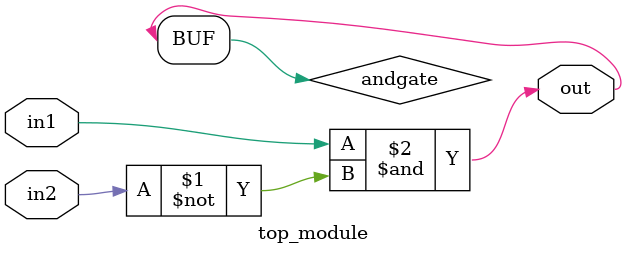
<source format=sv>
module top_module (
    input in1,
    input in2,
    output logic out
);

    logic andgate;

    assign andgate = in1 & ~in2;
    assign out = andgate;

endmodule

</source>
